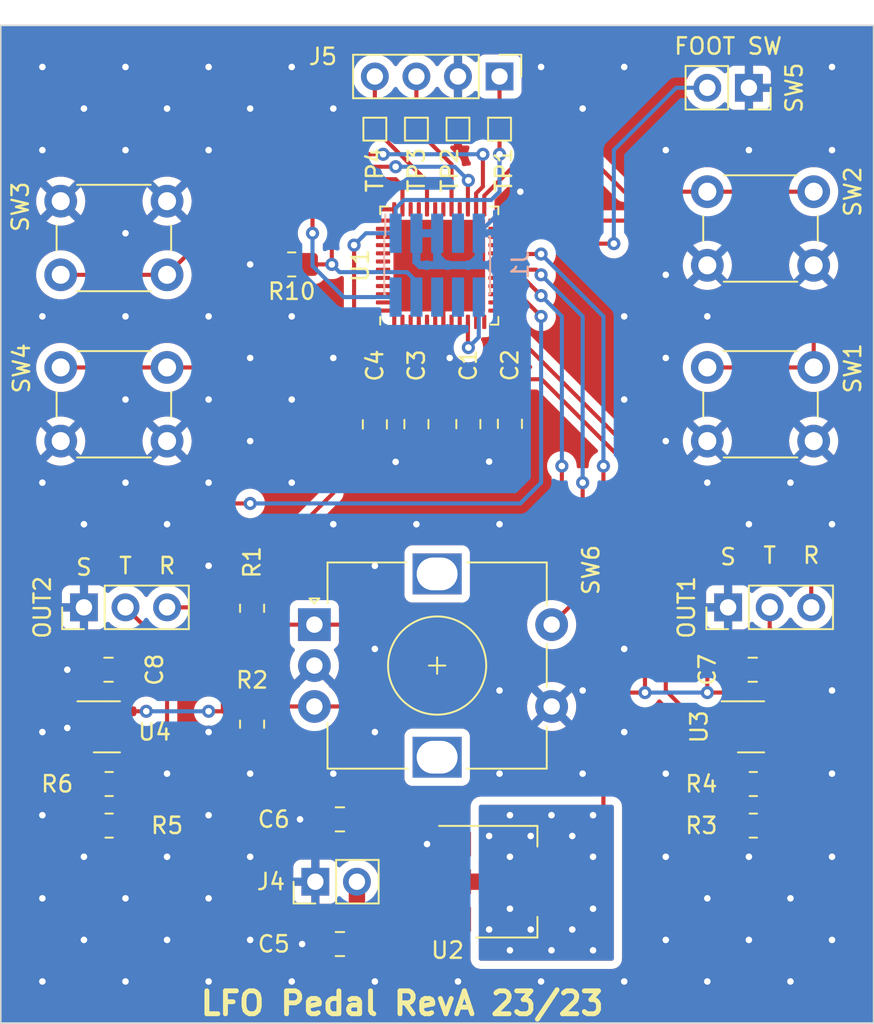
<source format=kicad_pcb>
(kicad_pcb (version 20221018) (generator pcbnew)
  (layers (0 "F.Cu" signal) (31 "B.Cu" signal) (34 "B.Paste" user) (35 "F.Paste" user) (36 "B.SilkS" user "B.Silkscreen") (37 "F.SilkS" user "F.Silkscreen") (38 "B.Mask" user) (39 "F.Mask" user) (44 "Edge.Cuts" user))
  (net 0 "")
  (net 1 "+3.3V")
  (net 2 "GND")
  (net 3 "Net-(J4-Pin_2)")
  (net 4 "/sys_swdio")
  (net 5 "/dac1_out1_buffered")
  (net 6 "/dac1_out2_buffered")
  (net 7 "/i2c1_scl")
  (net 8 "/i2c1_sda")
  (net 9 "/vref")
  (net 10 "/tim3_ch1")
  (net 11 "/tim3_ch2")
  (net 12 "Net-(U3--)")
  (net 13 "Net-(U4--)")
  (net 14 "/user_sw1")
  (net 15 "/user_sw2")
  (net 16 "/user_sw3")
  (net 17 "/user_sw4")
  (net 18 "/foot_sw")
  (net 19 "/rot_enc_sw")
  (net 25 "/reset")
  (net 30 "/dac1_out1")
  (net 31 "/dac1_out2")
  (net 40 "/sys_swclk")
  (footprint "Button_Switch_THT:SW_PUSH_6mm" (layer "F.Cu") (at 163.98 78.16 180)
    (fp_text reference "SW2")
    (fp_text value "SW_SPST")
  )
  (footprint "Connector_PinHeader_2.54mm:PinHeader_1x03_P2.54mm_Vertical" (layer "F.Cu") (at 119.38 99.06 90)
    (fp_text reference "J2" hide)
    (fp_text value "Conn_01x03")
  )
  (footprint "Rotary_Encoder:RotaryEncoder_Alps_EC12E-Switch_Vertical_H20mm" (layer "F.Cu") (at 133.466 100.116)
    (fp_text reference "SW6")
    (fp_text value "RotaryEncoder_Switch")
  )
  (footprint "Button_Switch_THT:SW_PUSH_6mm" (layer "F.Cu") (at 163.98 88.9 180)
    (fp_text reference "SW1")
    (fp_text value "SW_SPST")
  )
  (footprint "Package_TO_SOT_SMD:SOT-223-3_TabPin2" (layer "F.Cu") (at 145.186 115.824)
    (fp_text reference "U2")
    (fp_text value "LM1117MP-3.3")
  )
  (footprint "Resistor_SMD:R_0805_2012Metric_Pad1.20x1.40mm_HandSolder" (layer "F.Cu") (at 132.08 78.105 180)
    (fp_text reference "R10")
    (fp_text value "10k")
  )
  (footprint "Capacitor_SMD:C_0805_2012Metric_Pad1.18x1.45mm_HandSolder" (layer "F.Cu") (at 145.415 87.845 -90)
    (fp_text reference "C2")
    (fp_text value "4.7uF")
  )
  (footprint "Button_Switch_THT:SW_PUSH_6mm" (layer "F.Cu") (at 124.46 88.9 180)
    (fp_text reference "SW4")
    (fp_text value "SW_SPST")
  )
  (footprint "Button_Switch_THT:SW_PUSH_6mm" (layer "F.Cu") (at 117.96 74.24)
    (fp_text reference "SW3")
    (fp_text value "SW_SPST")
  )
  (footprint "Connector_PinHeader_2.54mm:PinHeader_1x04_P2.54mm_Vertical" (layer "F.Cu") (at 144.78 66.62 -90)
    (fp_text reference "J5")
    (fp_text value "Conn_01x04")
  )
  (footprint "Resistor_SMD:R_0805_2012Metric_Pad1.20x1.40mm_HandSolder" (layer "F.Cu") (at 160.29 112.395)
    (fp_text reference "R3")
    (fp_text value "DNF")
  )
  (footprint "Package_TO_SOT_SMD:SOT-23-5" (layer "F.Cu") (at 160.1525 106.36)
    (fp_text reference "U3")
    (fp_text value "AS321KTR-G1")
  )
  (footprint "Capacitor_SMD:C_0805_2012Metric_Pad1.18x1.45mm_HandSolder" (layer "F.Cu") (at 160.2525 102.87 180)
    (fp_text reference "C7")
    (fp_text value "100nF")
  )
  (footprint "Connector_PinHeader_2.54mm:PinHeader_1x02_P2.54mm_Vertical" (layer "F.Cu") (at 133.5235 115.824 90)
    (fp_text reference "J4")
    (fp_text value "Conn_01x02")
  )
  (footprint "TestPoint:TestPoint_Pad_1.0x1.0mm" (layer "F.Cu") (at 139.7 69.8379 -90)
    (fp_text reference "TP3")
    (fp_text value "TestPoint")
  )
  (footprint "Resistor_SMD:R_0805_2012Metric_Pad1.20x1.40mm_HandSolder" (layer "F.Cu") (at 129.656 106.196 90)
    (fp_text reference "R2")
    (fp_text value "4.7k")
  )
  (footprint "Connector_PinHeader_2.54mm:PinHeader_1x03_P2.54mm_Vertical" (layer "F.Cu") (at 158.75 99.06 90)
    (fp_text reference "J6" hide)
    (fp_text value "Conn_01x03")
  )
  (footprint "TestPoint:TestPoint_Pad_1.0x1.0mm" (layer "F.Cu") (at 137.16 69.8379 -90)
    (fp_text reference "TP4")
    (fp_text value "TestPoint")
  )
  (footprint "Capacitor_SMD:C_0805_2012Metric_Pad1.18x1.45mm_HandSolder" (layer "F.Cu") (at 142.875 87.8625 -90)
    (fp_text reference "C1")
    (fp_text value "100nF")
  )
  (footprint "Capacitor_SMD:C_0805_2012Metric_Pad1.18x1.45mm_HandSolder" (layer "F.Cu") (at 135.026 119.634 180)
    (fp_text reference "C5")
    (fp_text value "10uF")
  )
  (footprint "TestPoint:TestPoint_Pad_1.0x1.0mm" (layer "F.Cu") (at 142.24 69.8379 -90)
    (fp_text reference "TP2")
    (fp_text value "TestPoint")
  )
  (footprint "Capacitor_SMD:C_0805_2012Metric_Pad1.18x1.45mm_HandSolder" (layer "F.Cu") (at 139.7 87.8625 -90)
    (fp_text reference "C3")
    (fp_text value "100nF")
  )
  (footprint "Package_DFN_QFN:QFN-48-1EP_7x7mm_P0.5mm_EP5.6x5.6mm" (layer "F.Cu") (at 141.097 78.177 90)
    (fp_text reference "U1")
    (fp_text value "STM32G071CBU3")
  )
  (footprint "Resistor_SMD:R_0805_2012Metric_Pad1.20x1.40mm_HandSolder" (layer "F.Cu") (at 120.92 112.395)
    (fp_text reference "R5")
    (fp_text value "DNF")
  )
  (footprint "Package_TO_SOT_SMD:SOT-23-5" (layer "F.Cu") (at 120.7825 106.36)
    (fp_text reference "U4")
    (fp_text value "AS321KTR-G1")
  )
  (footprint "Capacitor_SMD:C_0805_2012Metric_Pad1.18x1.45mm_HandSolder" (layer "F.Cu") (at 120.8825 102.87 180)
    (fp_text reference "C8")
    (fp_text value "100nF")
  )
  (footprint "Capacitor_SMD:C_0805_2012Metric_Pad1.18x1.45mm_HandSolder" (layer "F.Cu") (at 135.026 112.014 180)
    (fp_text reference "C6")
    (fp_text value "10uF")
  )
  (footprint "Resistor_SMD:R_0805_2012Metric_Pad1.20x1.40mm_HandSolder" (layer "F.Cu") (at 129.656 99.116 -90)
    (fp_text reference "R1")
    (fp_text value "4.7k")
  )
  (footprint "Resistor_SMD:R_0805_2012Metric_Pad1.20x1.40mm_HandSolder" (layer "F.Cu") (at 120.92 109.855)
    (fp_text reference "R6")
    (fp_text value "0R")
  )
  (footprint "Resistor_SMD:R_0805_2012Metric_Pad1.20x1.40mm_HandSolder" (layer "F.Cu") (at 160.29 109.855)
    (fp_text reference "R4")
    (fp_text value "0R")
  )
  (footprint "Capacitor_SMD:C_0805_2012Metric_Pad1.18x1.45mm_HandSolder" (layer "F.Cu") (at 137.16 87.88 -90)
    (fp_text reference "C4")
    (fp_text value "1uF")
  )
  (footprint "Connector_PinSocket_2.54mm:PinSocket_1x02_P2.54mm_Vertical" (layer "F.Cu") (at 160.02 67.31 -90)
    (fp_text reference "SW5")
    (fp_text value "SW_SPST")
  )
  (footprint "TestPoint:TestPoint_Pad_1.0x1.0mm" (layer "F.Cu") (at 144.78 69.8379 -90)
    (fp_text reference "TP1")
    (fp_text value "TestPoint")
  )
  (footprint "Connector_PinHeader_1.27mm:PinHeader_2x05_P1.27mm_Vertical_SMD" (layer "B.Cu") (at 140.97 78.15 -90)
    (fp_text reference "J1")
    (fp_text value "Conn_02x05_Odd_Even")
  )
  (gr_line (start 167.64 63.5) (end 167.64 124.46) (stroke (width 0.1)) (layer "Edge.Cuts"))
  (gr_line (start 114.3 124.46) (end 114.3 63.5) (stroke (width 0.1)) (layer "Edge.Cuts"))
  (gr_line (start 167.64 124.46) (end 114.3 124.46) (stroke (width 0.1)) (layer "Edge.Cuts"))
  (gr_line (start 114.3 63.5) (end 167.64 63.5) (stroke (width 0.1)) (layer "Edge.Cuts"))
  (gr_text "LFO Pedal RevA 23/23" (at 126.365 124.079) (layer "F.SilkS") (effects (font (size 1.4 1.4) (thickness 0.3) bold) (justify left bottom)))
  (segment (start 139.847 83.376) (end 139.847 81.6145) (width 0.25) (layer "F.Cu") (net 1))
  (segment (start 157.48 102.87) (end 157.48 104.265604) (width 0.25) (layer "F.Cu") (net 1))
  (segment (start 134.62 85.725) (end 135.89 84.455) (width 0.25) (layer "F.Cu") (net 1))
  (segment (start 129.214 98.116) (end 127.87 99.46) (width 0.25) (layer "F.Cu") (net 1))
  (segment (start 129.656 107.196) (end 135.136 107.196) (width 0.25) (layer "F.Cu") (net 1))
  (segment (start 163.195 96.52) (end 156.845 96.52) (width 0.25) (layer "F.Cu") (net 1))
  (segment (start 142.036 115.824) (end 138.836 115.824) (width 1) (layer "F.Cu") (net 1))
  (segment (start 152.273 104.267) (end 151.13 105.41) (width 0.25) (layer "F.Cu") (net 1))
  (segment (start 163.83 97.155) (end 163.195 96.52) (width 0.25) (layer "F.Cu") (net 1))
  (segment (start 163.83 99.06) (end 163.83 97.155) (width 0.25) (layer "F.Cu") (net 1))
  (segment (start 121.92 104.265604) (end 121.92 102.87) (width 0.25) (layer "F.Cu") (net 1))
  (segment (start 161.29 104.265604) (end 161.29 102.87) (width 0.25) (layer "F.Cu") (net 1))
  (segment (start 144.78 69.8379) (end 144.78 66.62) (width 0.25) (layer "F.Cu") (net 1))
  (segment (start 144.78 71.374) (end 144.78 69.8379) (width 0.25) (layer "F.Cu") (net 1))
  (segment (start 142.875 86.825) (end 145.0875 86.825) (width 0.25) (layer "F.Cu") (net 1))
  (segment (start 156.845 96.52) (end 156.21 97.155) (width 0.25) (layer "F.Cu") (net 1))
  (segment (start 135.89 84.455) (end 138.768 84.455) (width 0.25) (layer "F.Cu") (net 1))
  (segment (start 134.62 92.075) (end 134.62 85.725) (width 0.25) (layer "F.Cu") (net 1))
  (segment (start 127.87 99.46) (end 127.87 105.41) (width 0.25) (layer "F.Cu") (net 1))
  (segment (start 153.67 91.44) (end 147.35175 85.12175) (width 0.25) (layer "F.Cu") (net 1))
  (segment (start 138.836 115.824) (end 138.836 112.014) (width 1) (layer "F.Cu") (net 1))
  (segment (start 121.92 105.41) (end 121.92 104.265604) (width 0.25) (layer "F.Cu") (net 1))
  (segment (start 135.136 107.196) (end 136.0635 108.1235) (width 0.25) (layer "F.Cu") (net 1))
  (segment (start 142.875 86.4235) (end 142.875 86.825) (width 0.25) (layer "F.Cu") (net 1))
  (segment (start 150.876 115.824) (end 148.336 115.824) (width 0.25) (layer "F.Cu") (net 1))
  (segment (start 140.847 84.3955) (end 141.57325 85.12175) (width 0.25) (layer "F.Cu") (net 1))
  (segment (start 142.036 115.824) (end 148.336 115.824) (width 1) (layer "F.Cu") (net 1))
  (segment (start 151.13 115.57) (end 150.876 115.824) (width 0.25) (layer "F.Cu") (net 1))
  (segment (start 161.29 104.265604) (end 157.48 104.265604) (width 0.25) (layer "F.Cu") (net 1))
  (segment (start 147.35175 85.12175) (end 141.57325 85.12175) (width 0.25) (layer "F.Cu") (net 1))
  (segment (start 127.47 99.06) (end 127.87 99.46) (width 0.25) (layer "F.Cu") (net 1))
  (segment (start 124.46 99.06) (end 127.47 99.06) (width 0.25) (layer "F.Cu") (net 1))
  (segment (start 156.21 101.6) (end 157.48 102.87) (width 0.25) (layer "F.Cu") (net 1))
  (segment (start 129.656 97.039) (end 134.62 92.075) (width 0.25) (layer "F.Cu") (net 1))
  (segment (start 153.67 104.267) (end 152.273 104.267) (width 0.25) (layer "F.Cu") (net 1))
  (segment (start 121.92 105.41) (end 123.19 105.41) (width 0.25) (layer "F.Cu") (net 1))
  (segment (start 141.57325 85.12175) (end 142.875 86.4235) (width 0.25) (layer "F.Cu") (net 1))
  (segment (start 127.87 105.41) (end 129.656 107.196) (width 0.25) (layer "F.Cu") (net 1))
  (segment (start 156.21 97.155) (end 156.21 101.6) (width 0.25) (layer "F.Cu") (net 1))
  (segment (start 138.768 84.455) (end 139.847 83.376) (width 0.25) (layer "F.Cu") (net 1))
  (segment (start 140.847 81.6145) (end 140.847 84.3955) (width 0.25) (layer "F.Cu") (net 1))
  (segment (start 161.29 105.41) (end 161.29 104.265604) (width 0.25) (layer "F.Cu") (net 1))
  (segment (start 129.656 98.116) (end 129.656 97.039) (width 0.25) (layer "F.Cu") (net 1))
  (segment (start 135.89 76.9245) (end 135.89 84.455) (width 0.25) (layer "F.Cu") (net 1))
  (segment (start 129.656 98.116) (end 129.214 98.116) (width 0.25) (layer "F.Cu") (net 1))
  (segment (start 153.67 104.267) (end 153.67 91.44) (width 0.25) (layer "F.Cu") (net 1))
  (segment (start 136.0635 108.1235) (end 136.0635 112.014) (width 0.25) (layer "F.Cu") (net 1))
  (segment (start 138.836 112.014) (end 136.0635 112.014) (width 1) (layer "F.Cu") (net 1))
  (segment (start 151.13 105.41) (end 151.13 115.57) (width 0.25) (layer "F.Cu") (net 1))
  (segment (start 127 105.41) (end 127.87 105.41) (width 0.25) (layer "F.Cu") (net 1))
  (via (at 146.685 118.745) (size 0.8) (drill 0.4) (layers "F.Cu" "B.Cu") (net 1))
  (via (at 149.225 118.745) (size 0.8) (drill 0.4) (layers "F.Cu" "B.Cu") (net 1))
  (via (at 144.145 113.03) (size 0.8) (drill 0.4) (layers "F.Cu" "B.Cu") (net 1))
  (via (at 123.19 105.41) (size 0.8) (drill 0.4) (layers "F.Cu" "B.Cu") (net 1))
  (via (at 150.495 120.015) (size 0.8) (drill 0.4) (layers "F.Cu" "B.Cu") (net 1))
  (via (at 157.48 104.265604) (size 0.8) (drill 0.4) (layers "F.Cu" "B.Cu") (net 1))
  (via (at 145.415 111.76) (size 0.8) (drill 0.4) (layers "F.Cu" "B.Cu") (net 1))
  (via (at 150.495 111.76) (size 0.8) (drill 0.4) (layers "F.Cu" "B.Cu") (net 1))
  (via (at 144.145 118.745) (size 0.8) (drill 0.4) (layers "F.Cu" "B.Cu") (net 1))
  (via (at 145.415 120.015) (size 0.8) (drill 0.4) (layers "F.Cu" "B.Cu") (net 1))
  (via (at 147.955 120.015) (size 0.8) (drill 0.4) (layers "F.Cu" "B.Cu") (net 1))
  (via (at 144.78 71.374) (size 0.8) (drill 0.4) (layers "F.Cu" "B.Cu") (net 1))
  (via (at 135.89 76.9245) (size 0.8) (drill 0.4) (layers "F.Cu" "B.Cu") (net 1))
  (via (at 150.495 114.3) (size 0.8) (drill 0.4) (layers "F.Cu" "B.Cu") (net 1))
  (via (at 127 105.41) (size 0.8) (drill 0.4) (layers "F.Cu" "B.Cu") (net 1))
  (via (at 150.495 117.475) (size 0.8) (drill 0.4) (layers "F.Cu" "B.Cu") (net 1))
  (via (at 146.685 113.03) (size 0.8) (drill 0.4) (layers "F.Cu" "B.Cu") (net 1))
  (via (at 145.415 114.3) (size 0.8) (drill 0.4) (layers "F.Cu" "B.Cu") (net 1))
  (via (at 147.955 111.76) (size 0.8) (drill 0.4) (layers "F.Cu" "B.Cu") (net 1))
  (via (at 153.67 104.267) (size 0.8) (drill 0.4) (layers "F.Cu" "B.Cu") (net 1))
  (via (at 149.225 113.03) (size 0.8) (drill 0.4) (layers "F.Cu" "B.Cu") (net 1))
  (via (at 145.415 117.475) (size 0.8) (drill 0.4) (layers "F.Cu" "B.Cu") (net 1))
  (segment (start 138.938 74.168) (end 144.272 74.168) (width 0.25) (layer "B.Cu") (net 1))
  (segment (start 138.43 74.676) (end 138.938 74.168) (width 0.25) (layer "B.Cu") (net 1))
  (segment (start 136.6145 76.2) (end 138.43 76.2) (width 0.25) (layer "B.Cu") (net 1))
  (segment (start 153.67 104.267) (end 157.478604 104.267) (width 0.25) (layer "B.Cu") (net 1))
  (segment (start 138.43 76.2) (end 138.43 74.676) (width 0.25) (layer "B.Cu") (net 1))
  (segment (start 144.78 73.66) (end 144.78 71.374) (width 0.25) (layer "B.Cu") (net 1))
  (segment (start 123.19 105.41) (end 127 105.41) (width 0.25) (layer "B.Cu") (net 1))
  (segment (start 135.89 76.9245) (end 136.6145 76.2) (width 0.25) (layer "B.Cu") (net 1))
  (segment (start 157.478604 104.267) (end 157.48 104.265604) (width 0.25) (layer "B.Cu") (net 1))
  (segment (start 144.272 74.168) (end 144.78 73.66) (width 0.25) (layer "B.Cu") (net 1))
  (segment (start 133.9885 119.634) (end 132.715 119.634) (width 0.25) (layer "F.Cu") (net 2))
  (segment (start 158.75 100.838) (end 158.75 99.06) (width 0.25) (layer "F.Cu") (net 2))
  (segment (start 141.736299 83.82) (end 141.736299 83.316299) (width 0.25) (layer "F.Cu") (net 2))
  (segment (start 158.75 98.044) (end 158.75 99.06) (width 0.25) (layer "F.Cu") (net 2))
  (segment (start 140.335 113.538) (end 140.349 113.524) (width 0.25) (layer "F.Cu") (net 2))
  (segment (start 142.875 88.9) (end 144.145 88.9) (width 0.25) (layer "F.Cu") (net 2))
  (segment (start 141.347 81.6145) (end 141.347 78.427) (width 0.25) (layer "F.Cu") (net 2))
  (segment (start 138.43 88.9175) (end 139.6825 88.9175) (width 0.25) (layer "F.Cu") (net 2))
  (segment (start 144.145 88.9) (end 144.145 90.1525) (width 0.25) (layer "F.Cu") (net 2))
  (segment (start 138.43 88.9175) (end 138.43 90.17) (width 0.25) (layer "F.Cu") (net 2))
  (segment (start 137.16 88.9175) (end 138.43 88.9175) (width 0.25) (layer "F.Cu") (net 2))
  (segment (start 144.145 88.9) (end 145.3975 88.9) (width 0.25) (layer "F.Cu") (net 2))
  (segment (start 141.347 78.427) (end 141.097 78.177) (width 0.25) (layer "F.Cu") (net 2))
  (segment (start 133.9885 112.014) (end 132.588 112.014) (width 0.25) (layer "F.Cu") (net 2))
  (segment (start 139.6825 88.9175) (end 139.7 88.9) (width 0.25) (layer "F.Cu") (net 2))
  (segment (start 141.736299 83.316299) (end 141.347 82.927) (width 0.25) (layer "F.Cu") (net 2))
  (segment (start 142.24 69.8379) (end 142.24 66.62) (width 0.25) (layer "F.Cu") (net 2))
  (segment (start 159.215 102.87) (end 159.215 101.303) (width 0.25) (layer "F.Cu") (net 2))
  (segment (start 118.43 106.36) (end 118.364 106.426) (width 0.25) (layer "F.Cu") (net 2))
  (segment (start 141.347 82.927) (end 141.347 81.6145) (width 0.25) (layer "F.Cu") (net 2))
  (segment (start 119.845 102.87) (end 118.364 102.87) (width 0.25) (layer "F.Cu") (net 2))
  (segment (start 159.215 101.303) (end 158.75 100.838) (width 0.25) (layer "F.Cu") (net 2))
  (segment (start 119.645 106.36) (end 118.43 106.36) (width 0.25) (layer "F.Cu") (net 2))
  (segment (start 131.08 78.105) (end 129.54 78.105) (width 0.25) (layer "F.Cu") (net 2))
  (segment (start 142.036 113.524) (end 140.349 113.524) (width 0.25) (layer "F.Cu") (net 2))
  (via (at 165.1 93.98) (size 0.8) (drill 0.4) (layers "F.Cu" "B.Cu") (net 2))
  (via (at 157.48 116.84) (size 0.8) (drill 0.4) (layers "F.Cu" "B.Cu") (net 2))
  (via (at 116.84 91.44) (size 0.8) (drill 0.4) (layers "F.Cu" "B.Cu") (net 2))
  (via (at 132.715 119.634) (size 0.8) (drill 0.4) (layers "F.Cu" "B.Cu") (net 2))
  (via (at 119.38 119.38) (size 0.8) (drill 0.4) (layers "F.Cu" "B.Cu") (net 2))
  (via (at 116.84 71.12) (size 0.8) (drill 0.4) (layers "F.Cu" "B.Cu") (net 2))
  (via (at 121.92 91.44) (size 0.8) (drill 0.4) (layers "F.Cu" "B.Cu") (net 2))
  (via (at 165.1 71.12) (size 0.8) (drill 0.4) (layers "F.Cu" "B.Cu") (net 2))
  (via (at 116.84 111.76) (size 0.8) (drill 0.4) (layers "F.Cu" "B.Cu") (net 2))
  (via (at 147.32 66.04) (size 0.8) (drill 0.4) (layers "F.Cu" "B.Cu") (net 2))
  (via (at 165.1 114.3) (size 0.8) (drill 0.4) (layers "F.Cu" "B.Cu") (net 2))
  (via (at 134.62 68.58) (size 0.8) (drill 0.4) (layers "F.Cu" "B.Cu") (net 2))
  (via (at 121.92 86.36) (size 0.8) (drill 0.4) (layers "F.Cu" "B.Cu") (net 2))
  (via (at 127 66.04) (size 0.8) (drill 0.4) (layers "F.Cu" "B.Cu") (net 2))
  (via (at 129.54 68.58) (size 0.8) (drill 0.4) (layers "F.Cu" "B.Cu") (net 2))
  (via (at 137.16 96.52) (size 0.8) (drill 0.4) (layers "F.Cu" "B.Cu") (net 2))
  (via (at 140.349 113.524) (size 0.8) (drill 0.4) (layers "F.Cu" "B.Cu") (net 2))
  (via (at 154.94 83.82) (size 0.8) (drill 0.4) (layers "F.Cu" "B.Cu") (net 2))
  (via (at 144.78 93.98) (size 0.8) (drill 0.4) (layers "F.Cu" "B.Cu") (net 2))
  (via (at 119.38 114.3) (size 0.8) (drill 0.4) (layers "F.Cu" "B.Cu") (net 2))
  (via (at 116.84 106.68) (size 0.8) (drill 0.4) (layers "F.Cu" "B.Cu") (net 2))
  (via (at 137.16 121.92) (size 0.8) (drill 0.4) (layers "F.Cu" "B.Cu") (net 2))
  (via (at 152.4 106.68) (size 0.8) (drill 0.4) (layers "F.Cu" "B.Cu") (net 2))
  (via (at 124.46 93.98) (size 0.8) (drill 0.4) (layers "F.Cu" "B.Cu") (net 2))
  (via (at 116.84 121.92) (size 0.8) (drill 0.4) (layers "F.Cu" "B.Cu") (net 2))
  (via (at 134.62 93.98) (size 0.8) (drill 0.4) (layers "F.Cu" "B.Cu") (net 2))
  (via (at 149.86 68.58) (size 0.8) (drill 0.4) (layers "F.Cu" "B.Cu") (net 2))
  (via (at 154.94 78.74) (size 0.8) (drill 0.4) (layers "F.Cu" "B.Cu") (net 2))
  (via (at 129.54 109.22) (size 0.8) (drill 0.4) (layers "F.Cu" "B.Cu") (net 2))
  (via (at 154.94 119.38) (size 0.8) (drill 0.4) (layers "F.Cu" "B.Cu") (net 2))
  (via (at 152.4 66.04) (size 0.8) (drill 0.4) (layers "F.Cu" "B.Cu") (net 2))
  (via (at 121.92 116.84) (size 0.8) (drill 0.4) (layers "F.Cu" "B.Cu") (net 2))
  (via (at 154.94 114.3) (size 0.8) (drill 0.4) (layers "F.Cu" "B.Cu") (net 2))
  (via (at 157.48 121.92) (size 0.8) (drill 0.4) (layers "F.Cu" "B.Cu") (net 2))
  (via (at 149.86 109.22) (size 0.8) (drill 0.4) (layers "F.Cu" "B.Cu") (net 2))
  (via (at 132.08 121.92) (size 0.8) (drill 0.4) (layers "F.Cu" "B.Cu") (net 2))
  (via (at 129.54 119.38) (size 0.8) (drill 0.4) (layers "F.Cu" "B.Cu") (net 2))
  (via (at 127 116.84) (size 0.8) (drill 0.4) (layers "F.Cu" "B.Cu") (net 2))
  (via (at 162.56 116.84) (size 0.8) (drill 0.4) (layers "F.Cu" "B.Cu") (net 2))
  (via (at 144.78 104.14) (size 0.8) (drill 0.4) (layers "F.Cu" "B.Cu") (net 2))
  (via (at 127 86.36) (size 0.8) (drill 0.4) (layers "F.Cu" "B.Cu") (net 2))
  (via (at 124.46 114.3) (size 0.8) (drill 0.4) (layers "F.Cu" "B.Cu") (net 2))
  (via (at 141.736299 83.82) (size 0.8) (drill 0.4) (layers "F.Cu" "B.Cu") (net 2))
  (via (at 152.4 81.28) (size 0.8) (drill 0.4) (layers "F.Cu" "B.Cu") (net 2))
  (via (at 121.92 81.28) (size 0.8) (drill 0.4) (layers "F.Cu" "B.Cu") (net 2))
  (via (at 137.16 106.68) (size 0.8) (drill 0.4) (layers "F.Cu" "B.Cu") (net 2))
  (via (at 154.94 71.12) (size 0.8) (drill 0.4) (layers "F.Cu" "B.Cu") (net 2))
  (via (at 132.588 112.014) (size 0.8) (drill 0.4) (layers "F.Cu" "B.Cu") (net 2))
  (via (at 127 71.12) (size 0.8) (drill 0.4) (layers "F.Cu" "B.Cu") (net 2))
  (via (at 127 81.28) (size 0.8) (drill 0.4) (layers "F.Cu" "B.Cu") (net 2))
  (via (at 146.05 73.66) (size 0.8) (drill 0.4) (layers "F.Cu" "B.Cu") (net 2))
  (via (at 121.92 76.2) (size 0.8) (drill 0.4) (layers "F.Cu" "B.Cu") (net 2))
  (via (at 127 96.52) (size 0.8) (drill 0.4) (layers "F.Cu" "B.Cu") (net 2))
  (via (at 149.86 104.14) (size 0.8) (drill 0.4) (layers "F.Cu" "B.Cu") (net 2))
  (via (at 157.48 81.28) (size 0.8) (drill 0.4) (layers "F.Cu" "B.Cu") (net 2))
  (via (at 157.48 91.44) (size 0.8) (drill 0.4) (layers "F.Cu" "B.Cu") (net 2))
  (via (at 162.56 91.44) (size 0.8) (drill 0.4) (layers "F.Cu" "B.Cu") (net 2))
  (via (at 165.1 119.38) (size 0.8) (drill 0.4) (layers "F.Cu" "B.Cu") (net 2))
  (via (at 132.08 91.44) (size 0.8) (drill 0.4) (layers "F.Cu" "B.Cu") (net 2))
  (via (at 132.08 66.04) (size 0.8) (drill 0.4) (layers "F.Cu" "B.Cu") (net 2))
  (via (at 152.4 121.92) (size 0.8) (drill 0.4) (layers "F.Cu" "B.Cu") (net 2))
  (via (at 119.38 68.58) (size 0.8) (drill 0.4) (layers "F.Cu" "B.Cu") (net 2))
  (via (at 165.1 109.22) (size 0.8) (drill 0.4) (layers "F.Cu" "B.Cu") (net 2))
  (via (at 121.92 121.92) (size 0.8) (drill 0.4) (layers "F.Cu" "B.Cu") (net 2))
  (via (at 124.46 119.38) (size 0.8) (drill 0.4) (layers "F.Cu" "B.Cu") (net 2))
  (via (at 134.62 109.22) (size 0.8) (drill 0.4) (layers "F.Cu" "B.Cu") (net 2))
  (via (at 118.364 102.87) (size 0.8) (drill 0.4) (layers "F.Cu" "B.Cu") (net 2))
  (via (at 129.54 83.82) (size 0.8) (drill 0.4) (layers "F.Cu" "B.Cu") (net 2))
  (via (at 129.54 78.105) (size 0.8) (drill 0.4) (layers "F.Cu" "B.Cu") (net 2))
  (via (at 129.54 88.9) (size 0.8) (drill 0.4) (layers "F.Cu" "B.Cu") (net 2))
  (via (at 160.02 71.12) (size 0.8) (drill 0.4) (layers "F.Cu" "B.Cu") (net 2))
  (via (at 134.62 83.82) (size 0.8) (drill 0.4) (layers "F.Cu" "B.Cu") (net 2))
  (via (at 139.7 93.98) (size 0.8) (drill 0.4) (layers "F.Cu" "B.Cu") (net 2))
  (via (at 129.54 114.3) (size 0.8) (drill 0.4) (layers "F.Cu" "B.Cu") (net 2))
  (via (at 160.02 119.38) (size 0.8) (drill 0.4) (layers "F.Cu" "B.Cu") (net 2))
  (via (at 116.84 66.04) (size 0.8) (drill 0.4) (layers "F.Cu" "B.Cu") (net 2))
  (via (at 119.38 93.98) (size 0.8) (drill 0.4) (layers "F.Cu" "B.Cu") (net 2))
  (via (at 165.1 104.14) (size 0.8) (drill 0.4) (layers "F.Cu" "B.Cu") (net 2))
  (via (at 127 111.76) (size 0.8) (drill 0.4) (layers "F.Cu" "B.Cu") (net 2))
  (via (at 154.94 109.22) (size 0.8) (drill 0.4) (layers "F.Cu" "B.Cu") (net 2))
  (via (at 127 91.44) (size 0.8) (drill 0.4) (layers "F.Cu" "B.Cu") (net 2))
  (via (at 142.24 121.92) (size 0.8) (drill 0.4) (layers "F.Cu" "B.Cu") (net 2))
  (via (at 165.1 66.04) (size 0.8) (drill 0.4) (layers "F.Cu" "B.Cu") (net 2))
  (via (at 127 106.68) (size 0.8) (drill 0.4) (layers "F.Cu" "B.Cu") (net 2))
  (via (at 121.92 71.12) (size 0.8) (drill 0.4) (layers "F.Cu" "B.Cu") (net 2))
  (via (at 127 121.92) (size 0.8) (drill 0.4) (layers "F.Cu" "B.Cu") (net 2))
  (via (at 162.56 121.92) (size 0.8) (drill 0.4) (layers "F.Cu" "B.Cu") (net 2))
  (via (at 160.02 93.98) (size 0.8) (drill 0.4) (layers "F.Cu" "B.Cu") (net 2))
  (via (at 124.46 109.22) (size 0.8) (drill 0.4) (layers "F.Cu" "B.Cu") (net 2))
  (via (at 116.84 116.84) (size 0.8) (drill 0.4) (layers "F.Cu" "B.Cu") (net 2))
  (via (at 160.02 114.3) (size 0.8) (drill 0.4) (layers "F.Cu" "B.Cu") (net 2))
  (via (at 144.78 109.22) (size 0.8) (drill 0.4) (layers "F.Cu" "B.Cu") (net 2))
  (via (at 132.08 86.36) (size 0.8) (drill 0.4) (layers "F.Cu" "B.Cu") (net 2))
  (via (at 132.08 81.28) (size 0.8) (drill 0.4) (layers "F.Cu" "B.Cu") (net 2))
  (via (at 147.32 121.92) (size 0.8) (drill 0.4) (layers "F.Cu" "B.Cu") (net 2))
  (via (at 118.364 106.426) (size 0.8) (drill 0.4) (layers "F.Cu" "B.Cu") (net 2))
  (via (at 124.46 68.58) (size 0.8) (drill 0.4) (layers "F.Cu" "B.Cu") (net 2))
  (via (at 116.84 81.28) (size 0.8) (drill 0.4) (layers "F.Cu" "B.Cu") (net 2))
  (via (at 138.43 90.17) (size 0.8) (drill 0.4) (layers "F.Cu" "B.Cu") (net 2))
  (via (at 137.16 101.6) (size 0.8) (drill 0.4) (layers "F.Cu" "B.Cu") (net 2))
  (via (at 121.92 66.04) (size 0.8) (drill 0.4) (layers "F.Cu" "B.Cu") (net 2))
  (via (at 152.4 86.36) (size 0.8) (drill 0.4) (layers "F.Cu" "B.Cu") (net 2))
  (via (at 154.94 88.9) (size 0.8) (drill 0.4) (layers "F.Cu" "B.Cu") (net 2))
  (via (at 144.145 90.1525) (size 0.8) (drill 0.4) (layers "F.Cu" "B.Cu") (net 2))
  (via (at 152.4 101.6) (size 0.8) (drill 0.4) (layers "F.Cu" "B.Cu") (net 2))
  (segment (start 139.7 76.2) (end 140.97 76.2) (width 0.25) (layer "B.Cu") (net 2))
  (segment (start 142.875 78.105) (end 143.51 77.47) (width 0.25) (layer "B.Cu") (net 2))
  (segment (start 140.97 77.47) (end 141.605 78.105) (width 0.25) (layer "B.Cu") (net 2))
  (segment (start 143.51 77.47) (end 143.51 76.2) (width 0.25) (layer "B.Cu") (net 2))
  (segment (start 140.97 76.2) (end 140.97 77.47) (width 0.25) (layer "B.Cu") (net 2))
  (segment (start 141.605 78.105) (end 142.875 78.105) (width 0.25) (layer "B.Cu") (net 2))
  (segment (start 143.51 76.2) (end 146.05 73.66) (width 0.25) (layer "B.Cu") (net 2))
  (segment (start 142.036 118.124) (end 139.59475 118.124) (width 1) (layer "F.Cu") (net 3))
  (segment (start 139.59475 118.124) (end 138.08475 119.634) (width 1) (layer "F.Cu") (net 3))
  (segment (start 136.0635 115.824) (end 136.0635 119.634) (width 1) (layer "F.Cu") (net 3))
  (segment (start 138.08475 119.634) (end 136.0635 119.634) (width 1) (layer "F.Cu") (net 3))
  (segment (start 138.847 73.315) (end 138.847 74.7395) (width 0.25) (layer "F.Cu") (net 4))
  (segment (start 133.35 76.2) (end 133.35 74.93) (width 0.25) (layer "F.Cu") (net 4))
  (segment (start 133.35 74.93) (end 135.382 72.898) (width 0.25) (layer "F.Cu") (net 4))
  (segment (start 135.382 72.898) (end 138.43 72.898) (width 0.25) (layer "F.Cu") (net 4))
  (segment (start 138.43 72.898) (end 138.847 73.315) (width 0.25) (layer "F.Cu") (net 4))
  (via (at 133.35 76.2) (size 0.8) (drill 0.4) (layers "F.Cu" "B.Cu") (net 4))
  (segment (start 135.2555 80.1) (end 138.43 80.1) (width 0.25) (layer "B.Cu") (net 4))
  (segment (start 133.35 76.2) (end 133.35 78.1945) (width 0.25) (layer "B.Cu") (net 4))
  (segment (start 133.35 78.1945) (end 134.5305 79.375) (width 0.25) (layer "B.Cu") (net 4))
  (segment (start 134.5305 79.375) (end 135.2555 80.1) (width 0.25) (layer "B.Cu") (net 4))
  (segment (start 161.29 100.33) (end 161.29 99.06) (width 0.25) (layer "F.Cu") (net 5))
  (segment (start 161.925 109.855) (end 162.56 109.22) (width 0.25) (layer "F.Cu") (net 5))
  (segment (start 162.56 109.22) (end 162.56 101.6) (width 0.25) (layer "F.Cu") (net 5))
  (segment (start 161.29 109.855) (end 161.29 107.31) (width 0.25) (layer "F.Cu") (net 5))
  (segment (start 162.56 101.6) (end 161.29 100.33) (width 0.25) (layer "F.Cu") (net 5))
  (segment (start 161.29 109.855) (end 161.925 109.855) (width 0.25) (layer "F.Cu") (net 5))
  (segment (start 121.92 107.31) (end 121.92 109.855) (width 0.25) (layer "F.Cu") (net 6))
  (segment (start 124.46 101.6) (end 121.92 99.06) (width 0.25) (layer "F.Cu") (net 6))
  (segment (start 121.92 107.31) (end 123.83 107.31) (width 0.25) (layer "F.Cu") (net 6))
  (segment (start 123.83 107.31) (end 124.46 106.68) (width 0.25) (layer "F.Cu") (net 6))
  (segment (start 124.46 106.68) (end 124.46 101.6) (width 0.25) (layer "F.Cu") (net 6))
  (segment (start 141.847 71.9849) (end 139.7 69.8379) (width 0.25) (layer "F.Cu") (net 7))
  (segment (start 141.847 74.7395) (end 141.847 71.9849) (width 0.25) (layer "F.Cu") (net 7))
  (segment (start 139.7 69.8379) (end 139.7 66.62) (width 0.25) (layer "F.Cu") (net 7))
  (segment (start 140.347 73.0249) (end 137.16 69.8379) (width 0.25) (layer "F.Cu") (net 8))
  (segment (start 140.347 74.7395) (end 140.347 73.0249) (width 0.25) (layer "F.Cu") (net 8))
  (segment (start 137.16 69.8379) (end 137.16 66.62) (width 0.25) (layer "F.Cu") (net 8))
  (segment (start 139.6825 86.8425) (end 136.8325 86.8425) (width 0.25) (layer "F.Cu") (net 9))
  (segment (start 140.347 81.4995) (end 140.347 86.178) (width 0.25) (layer "F.Cu") (net 9))
  (segment (start 140.347 86.178) (end 139.6825 86.8425) (width 0.25) (layer "F.Cu") (net 9))
  (segment (start 147.32 80.01) (end 146.237 78.927) (width 0.25) (layer "F.Cu") (net 10))
  (segment (start 148.59 93.726) (end 142.2 100.116) (width 0.25) (layer "F.Cu") (net 10))
  (segment (start 148.59 90.424) (end 148.59 93.726) (width 0.25) (layer "F.Cu") (net 10))
  (segment (start 142.2 100.116) (end 133.466 100.116) (width 0.25) (layer "F.Cu") (net 10))
  (segment (start 129.656 100.116) (end 133.466 100.116) (width 0.25) (layer "F.Cu") (net 10))
  (segment (start 146.237 78.927) (end 144.5345 78.927) (width 0.25) (layer "F.Cu") (net 10))
  (via (at 148.59 90.424) (size 0.8) (drill 0.4) (layers "F.Cu" "B.Cu") (net 10))
  (via (at 147.32 80.01) (size 0.8) (drill 0.4) (layers "F.Cu" "B.Cu") (net 10))
  (segment (start 147.32 80.01) (end 148.59 81.28) (width 0.25) (layer "B.Cu") (net 10))
  (segment (start 148.59 81.28) (end 148.59 90.424) (width 0.25) (layer "B.Cu") (net 10))
  (segment (start 129.736 105.116) (end 133.466 105.116) (width 0.25) (layer "F.Cu") (net 11))
  (segment (start 147.32 78.74) (end 147.007 78.427) (width 0.25) (layer "F.Cu") (net 11))
  (segment (start 147.007 78.427) (end 144.5345 78.427) (width 0.25) (layer "F.Cu") (net 11))
  (segment (start 129.656 105.196) (end 129.736 105.116) (width 0.25) (layer "F.Cu") (net 11))
  (segment (start 139.232 105.116) (end 133.466 105.116) (width 0.25) (layer "F.Cu") (net 11))
  (segment (start 149.86 91.44) (end 149.86 94.488) (width 0.25) (layer "F.Cu") (net 11))
  (segment (start 149.86 94.488) (end 139.232 105.116) (width 0.25) (layer "F.Cu") (net 11))
  (via (at 149.86 91.44) (size 0.8) (drill 0.4) (layers "F.Cu" "B.Cu") (net 11))
  (via (at 147.32 78.74) (size 0.8) (drill 0.4) (layers "F.Cu" "B.Cu") (net 11))
  (segment (start 149.86 81.28) (end 147.32 78.74) (width 0.25) (layer "B.Cu") (net 11))
  (segment (start 149.86 91.44) (end 149.86 81.28) (width 0.25) (layer "B.Cu") (net 11))
  (segment (start 159.29 112.395) (end 159.29 109.855) (width 0.25) (layer "F.Cu") (net 12))
  (segment (start 159.29 107.585) (end 159.015 107.31) (width 0.25) (layer "F.Cu") (net 12))
  (segment (start 159.29 109.855) (end 159.29 107.585) (width 0.25) (layer "F.Cu") (net 12))
  (segment (start 119.92 112.395) (end 119.92 109.855) (width 0.25) (layer "F.Cu") (net 13))
  (segment (start 119.645 109.58) (end 119.92 109.855) (width 0.25) (layer "F.Cu") (net 13))
  (segment (start 119.645 107.31) (end 119.645 109.58) (width 0.25) (layer "F.Cu") (net 13))
  (segment (start 163.98 81.43) (end 157.977 75.427) (width 0.25) (layer "F.Cu") (net 14))
  (segment (start 163.98 84.4) (end 163.98 81.43) (width 0.25) (layer "F.Cu") (net 14))
  (segment (start 157.977 75.427) (end 144.5345 75.427) (width 0.25) (layer "F.Cu") (net 14))
  (segment (start 163.98 84.4) (end 157.48 84.4) (width 0.25) (layer "F.Cu") (net 14))
  (segment (start 149.86 71.12) (end 146.63 71.12) (width 0.25) (layer "F.Cu") (net 15))
  (segment (start 163.98 73.66) (end 152.4 73.66) (width 0.25) (layer "F.Cu") (net 15))
  (segment (start 152.4 73.66) (end 149.86 71.12) (width 0.25) (layer "F.Cu") (net 15))
  (segment (start 146.63 71.12) (end 143.847 73.903) (width 0.25) (layer "F.Cu") (net 15))
  (segment (start 143.847 73.903) (end 143.847 74.7395) (width 0.25) (layer "F.Cu") (net 15))
  (segment (start 143.764 73.349604) (end 143.347 73.766604) (width 0.25) (layer "F.Cu") (net 16))
  (segment (start 117.96 78.74) (end 124.46 78.74) (width 0.25) (layer "F.Cu") (net 16))
  (segment (start 143.764 71.374) (end 143.764 73.349604) (width 0.25) (layer "F.Cu") (net 16))
  (segment (start 124.46 78.74) (end 131.826 71.374) (width 0.25) (layer "F.Cu") (net 16))
  (segment (start 143.347 73.766604) (end 143.347 74.7395) (width 0.25) (layer "F.Cu") (net 16))
  (segment (start 131.826 71.374) (end 137.668 71.374) (width 0.25) (layer "F.Cu") (net 16))
  (via (at 143.764 71.374) (size 0.8) (drill 0.4) (layers "F.Cu" "B.Cu") (net 16))
  (via (at 137.668 71.374) (size 0.8) (drill 0.4) (layers "F.Cu" "B.Cu") (net 16))
  (segment (start 143.764 71.374) (end 137.668 71.374) (width 0.25) (layer "B.Cu") (net 16))
  (segment (start 142.847 72.998) (end 142.847 74.7395) (width 0.25) (layer "F.Cu") (net 17))
  (segment (start 128.325 76.78) (end 128.325 82.495) (width 0.25) (layer "F.Cu") (net 17))
  (segment (start 128.325 82.495) (end 126.42 84.4) (width 0.25) (layer "F.Cu") (net 17))
  (segment (start 132.969 72.136) (end 128.325 76.78) (width 0.25) (layer "F.Cu") (net 17))
  (segment (start 142.875 72.97) (end 142.847 72.998) (width 0.25) (layer "F.Cu") (net 17))
  (segment (start 138.43 72.136) (end 132.969 72.136) (width 0.25) (layer "F.Cu") (net 17))
  (segment (start 126.42 84.4) (end 117.96 84.4) (width 0.25) (layer "F.Cu") (net 17))
  (via (at 142.875 72.97) (size 0.8) (drill 0.4) (layers "F.Cu" "B.Cu") (net 17))
  (via (at 138.43 72.136) (size 0.8) (drill 0.4) (layers "F.Cu" "B.Cu") (net 17))
  (segment (start 138.43 72.136) (end 142.041 72.136) (width 0.25) (layer "B.Cu") (net 17))
  (segment (start 142.041 72.136) (end 142.875 72.97) (width 0.25) (layer "B.Cu") (net 17))
  (segment (start 147.682 75.927) (end 144.5345 75.927) (width 0.25) (layer "F.Cu") (net 18))
  (segment (start 148.59 76.835) (end 147.682 75.927) (width 0.25) (layer "F.Cu") (net 18))
  (segment (start 151.765 76.835) (end 148.59 76.835) (width 0.25) (layer "F.Cu") (net 18))
  (via (at 151.765 76.835) (size 0.8) (drill 0.4) (layers "F.Cu" "B.Cu") (net 18))
  (segment (start 151.765 76.835) (end 151.765 71.12) (width 0.25) (layer "B.Cu") (net 18))
  (segment (start 155.575 67.31) (end 157.48 67.31) (width 0.25) (layer "B.Cu") (net 18))
  (segment (start 151.765 71.12) (end 155.575 67.31) (width 0.25) (layer "B.Cu") (net 18))
  (segment (start 146.207737 77.47) (end 145.750737 77.927) (width 0.25) (layer "F.Cu") (net 19))
  (segment (start 145.750737 77.927) (end 144.5345 77.927) (width 0.25) (layer "F.Cu") (net 19))
  (segment (start 151.13 90.424) (end 151.13 96.952) (width 0.25) (layer "F.Cu") (net 19))
  (segment (start 151.13 96.952) (end 147.966 100.116) (width 0.25) (layer "F.Cu") (net 19))
  (segment (start 147.32 77.47) (end 146.207737 77.47) (width 0.25) (layer "F.Cu") (net 19))
  (via (at 147.32 77.47) (size 0.8) (drill 0.4) (layers "F.Cu" "B.Cu") (net 19))
  (via (at 151.13 90.424) (size 0.8) (drill 0.4) (layers "F.Cu" "B.Cu") (net 19))
  (segment (start 151.13 81.28) (end 147.32 77.47) (width 0.25) (layer "B.Cu") (net 19))
  (segment (start 151.13 90.424) (end 151.13 81.28) (width 0.25) (layer "B.Cu") (net 19))
  (segment (start 142.847 81.6145) (end 142.847 83.157) (width 0.25) (layer "F.Cu") (net 25))
  (segment (start 142.847 83.157) (end 142.875 83.185) (width 0.25) (layer "F.Cu") (net 25))
  (via (at 142.875 83.185) (size 0.8) (drill 0.4) (layers "F.Cu" "B.Cu") (net 25))
  (segment (start 143.51 82.55) (end 143.51 80.1) (width 0.25) (layer "B.Cu") (net 25))
  (segment (start 142.875 83.185) (end 143.51 82.55) (width 0.25) (layer "B.Cu") (net 25))
  (segment (start 154.94 91.59875) (end 154.94 104.14) (width 0.25) (layer "F.Cu") (net 30))
  (segment (start 145.415 82.07375) (end 154.94 91.59875) (width 0.25) (layer "F.Cu") (net 30))
  (segment (start 145.020008 79.927) (end 145.415 80.321992) (width 0.25) (layer "F.Cu") (net 30))
  (segment (start 156.21 105.41) (end 159.015 105.41) (width 0.25) (layer "F.Cu") (net 30))
  (segment (start 144.5345 79.927) (end 145.020008 79.927) (width 0.25) (layer "F.Cu") (net 30))
  (segment (start 154.94 104.14) (end 156.21 105.41) (width 0.25) (layer "F.Cu") (net 30))
  (segment (start 145.415 80.321992) (end 145.415 82.07375) (width 0.25) (layer "F.Cu") (net 30))
  (segment (start 117.602 105.41) (end 119.645 105.41) (width 0.25) (layer "F.Cu") (net 31))
  (segment (start 147.32 81.28) (end 145.467 79.427) (width 0.25) (layer "F.Cu") (net 31))
  (segment (start 116.332 104.0075) (end 117.7345 105.41) (width 0.25) (layer "F.Cu") (net 31))
  (segment (start 118.745 92.71) (end 116.332 95.123) (width 0.25) (layer "F.Cu") (net 31))
  (segment (start 129.54 92.71) (end 118.745 92.71) (width 0.25) (layer "F.Cu") (net 31))
  (segment (start 116.332 95.123) (end 116.332 104.0075) (width 0.25) (layer "F.Cu") (net 31))
  (segment (start 117.7345 105.41) (end 119.645 105.41) (width 0.25) (layer "F.Cu") (net 31))
  (segment (start 145.467 79.427) (end 144.5345 79.427) (width 0.25) (layer "F.Cu") (net 31))
  (via (at 147.32 81.28) (size 0.8) (drill 0.4) (layers "F.Cu" "B.Cu") (net 31))
  (via (at 129.54 92.71) (size 0.8) (drill 0.4) (layers "F.Cu" "B.Cu") (net 31))
  (segment (start 129.54 92.71) (end 146.05 92.71) (width 0.25) (layer "B.Cu") (net 31))
  (segment (start 146.05 92.71) (end 147.32 91.44) (width 0.25) (layer "B.Cu") (net 31))
  (segment (start 147.32 91.44) (end 147.32 81.28) (width 0.25) (layer "B.Cu") (net 31))
  (segment (start 134.53 75.0835) (end 134.874 74.7395) (width 0.25) (layer "F.Cu") (net 40))
  (segment (start 134.53 78.1045) (end 134.53 75.0835) (width 0.25) (layer "F.Cu") (net 40))
  (segment (start 134.874 74.7395) (end 138.347 74.7395) (width 0.25) (layer "F.Cu") (net 40))
  (segment (start 134.5305 78.105) (end 133.08 78.105) (width 0.25) (layer "F.Cu") (net 40))
  (segment (start 134.5305 78.105) (end 134.53 78.1045) (width 0.25) (layer "F.Cu") (net 40))
  (via (at 134.5305 78.105) (size 0.8) (drill 0.4) (layers "F.Cu" "B.Cu") (net 40))
  (segment (start 135.0005 78.575) (end 139.125 78.575) (width 0.25) (layer "B.Cu") (net 40))
  (segment (start 139.125 78.575) (end 139.7 79.15) (width 0.25) (layer "B.Cu") (net 40))
  (segment (start 139.7 79.15) (end 139.7 80.1) (width 0.25) (layer "B.Cu") (net 40))
  (segment (start 134.5305 78.105) (end 135.0005 78.575) (width 0.25) (layer "B.Cu") (net 40))
  (zone (net 2) (net_name "GND") (layer "F.Cu") (priority 1) (connect_pads (clearance 0.5)) (min_thickness 0.25) (fill yes (thermal_gap 0.5) (thermal_bridge_width 0.5))
    (polygon (pts (xy 114.3 63.5) (xy 167.64 63.5) (xy 167.64 124.46) (xy 114.3 124.46)))
  )
  (zone (net 1) (net_name "+3.3V") (layer "F.Cu") (priority 2) (connect_pads yes (clearance 0.5)) (min_thickness 0.25) (fill yes (thermal_gap 0.5) (thermal_bridge_width 0.5))
    (polygon (pts (xy 143.51 111.125) (xy 151.765 111.125) (xy 151.765 120.65) (xy 143.51 120.65)))
  )
  (zone (net 2) (net_name "GND") (layer "B.Cu") (connect_pads (clearance 0.5)) (min_thickness 0.25) (fill yes (thermal_gap 0.5) (thermal_bridge_width 0.5))
    (polygon (pts (xy 114.3 63.5) (xy 167.64 63.5) (xy 167.64 124.46) (xy 114.3 124.46)))
  )
  (zone (net 1) (net_name "+3.3V") (layer "B.Cu") (priority 3) (connect_pads yes (clearance 0.5)) (min_thickness 0.25) (fill yes (thermal_gap 0.5) (thermal_bridge_width 0.5))
    (polygon (pts (xy 143.51 111.125) (xy 151.765 111.125) (xy 151.765 120.65) (xy 143.51 120.65)))
  )
)
</source>
